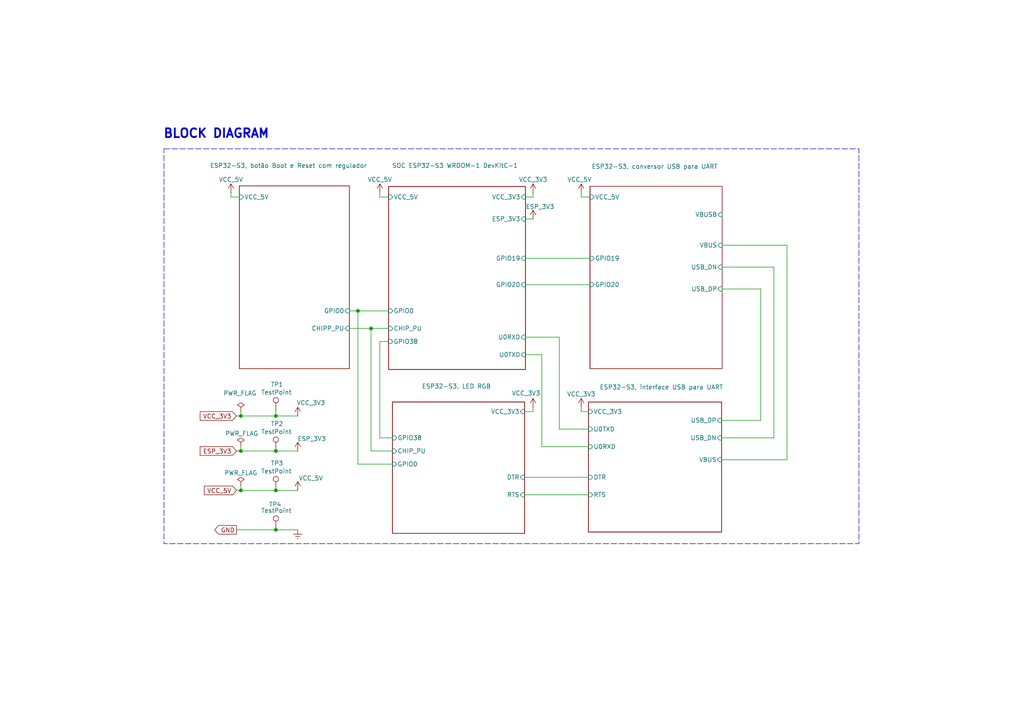
<source format=kicad_sch>
(kicad_sch (version 20231120) (generator "eeschema") (generator_version "8.0")
  (paper "A4")
  (title_block (title "ICARUS-2 OBDH") (date "2024-03-24") (rev "POC 2.0") (comment 2 "WILLIAN BUENO SANTOS") (comment 3 "ISRAEL RODRIGUES DUTRA") (comment 4 "ADRIANO CÉSAR DE SOUSA PEREIRA"))
  (lib_symbols
    (symbol "Connector:TestPoint" (pin_numbers hide) (pin_names (offset 0.762) hide)
      (property "Reference" "TP" (at 0 6.858 0))
      (property "Value" "TestPoint" (at 0 5.08 0))
      (symbol "TestPoint_0_1"
        (circle (center 0 3.302) (radius 0.762))
      )
      (symbol "TestPoint_1_1"
        (pin passive line (at 0 0 90) (length 2.54) (name "1") (number "1"))
      )
    )
    (symbol "power:+5V" (power) (pin_numbers hide) (pin_names (offset 0) hide)
      (property "Value" "+5V" (at 0 3.556 0))
      (symbol "+5V_0_1"
        (polyline (pts (xy -0.762 1.27) (xy 0 2.54)))
        (polyline (pts (xy 0 0) (xy 0 2.54)))
        (polyline (pts (xy 0 2.54) (xy 0.762 1.27)))
      )
      (symbol "+5V_1_1"
        (pin power_in line (at 0 0 90) (length 0) (name "~") (number "1"))
      )
    )
    (symbol "power:Earth" (power) (pin_names (offset 0))
      (symbol "Earth_0_1"
        (polyline (pts (xy -0.635 -1.905) (xy 0.635 -1.905)))
        (polyline (pts (xy -0.127 -2.54) (xy 0.127 -2.54)))
        (polyline (pts (xy 0 -1.27) (xy 0 0)))
        (polyline (pts (xy 1.27 -1.27) (xy -1.27 -1.27)))
      )
      (symbol "Earth_1_1"
        (pin power_in line (at 0 0 270) (length 0) hide (name "Earth") (number "1"))
      )
    )
    (symbol "power:PWR_FLAG" (power) (pin_numbers hide) (pin_names (offset 0) hide)
      (property "Value" "PWR_FLAG" (at 0 3.81 0))
      (symbol "PWR_FLAG_0_0"
        (pin power_out line (at 0 0 90) (length 0) (name "~") (number "1"))
      )
      (symbol "PWR_FLAG_0_1"
        (polyline (pts (xy 0 0) (xy 0 1.27) (xy -1.016 1.905) (xy 0 2.54) (xy 1.016 1.905) (xy 0 1.27)))
      )
    )
  )
  (junction (at 107.6198 95.25))
  (junction (at 69.85 130.81))
  (junction (at 80.01 120.65))
  (junction (at 80.01 130.81))
  (junction (at 69.85 142.24))
  (junction (at 80.01 153.67))
  (junction (at 103.8098 90.17))
  (junction (at 80.01 142.24))
  (junction (at 69.85 120.65))
  (wire (pts (xy 152.146 119.38) (xy 154.6098 119.38)))
  (wire (pts (xy 110.1598 57.15) (xy 110.1598 55.88)))
  (wire (pts (xy 168.5798 118.11) (xy 168.5798 119.38)))
  (wire (pts (xy 209.4738 77.47) (xy 224.4598 77.47)))
  (wire (pts (xy 168.5798 57.15) (xy 168.5798 55.88)))
  (wire (pts (xy 168.5798 57.15) (xy 171.1198 57.15)))
  (wire (pts (xy 110.1598 57.15) (xy 112.6998 57.15)))
  (wire (pts (xy 152.4 97.79) (xy 162.2298 97.79)))
  (wire (pts (xy 80.01 142.24) (xy 86.36 142.24)))
  (wire (pts (xy 168.5798 119.38) (xy 170.6626 119.38)))
  (wire (pts (xy 101.3206 90.17) (xy 103.8098 90.17)))
  (wire (pts (xy 154.6098 57.15) (xy 152.4 57.15)))
  (wire (pts (xy 209.296 133.35) (xy 228.2698 133.35)))
  (wire (pts (xy 157.1498 129.54) (xy 170.6626 129.54)))
  (wire (pts (xy 152.4 82.55) (xy 171.1198 82.55)))
  (wire (pts (xy 69.85 142.24) (xy 80.01 142.24)))
  (wire (pts (xy 69.85 120.65) (xy 80.01 120.65)))
  (wire (pts (xy 220.6498 121.92) (xy 220.6498 83.82)))
  (wire (pts (xy 152.146 138.43) (xy 170.6626 138.43)))
  (wire (pts (xy 69.4182 57.15) (xy 66.9798 57.15)))
  (wire (pts (xy 107.6198 130.81) (xy 113.8174 130.81)))
  (wire (pts (xy 68.58 130.81) (xy 69.85 130.81)))
  (wire (pts (xy 224.4598 77.47) (xy 224.4598 127)))
  (wire (pts (xy 103.8098 90.17) (xy 112.6998 90.17)))
  (wire (pts (xy 152.4 102.87) (xy 157.1498 102.87)))
  (wire (pts (xy 209.296 121.92) (xy 220.6498 121.92)))
  (wire (pts (xy 101.3206 95.25) (xy 107.6198 95.25)))
  (wire (pts (xy 69.85 140.97) (xy 69.85 142.24)))
  (wire (pts (xy 68.58 153.67) (xy 80.01 153.67)))
  (wire (pts (xy 162.2298 124.46) (xy 162.2298 97.79)))
  (wire (pts (xy 110.1598 99.06) (xy 112.6998 99.06)))
  (wire (pts (xy 154.6098 55.88) (xy 154.6098 57.15)))
  (wire (pts (xy 80.01 153.67) (xy 86.36 153.67)))
  (wire (pts (xy 103.8098 134.62) (xy 113.8174 134.62)))
  (wire (pts (xy 162.2298 124.46) (xy 170.6626 124.46)))
  (wire (pts (xy 80.01 119.38) (xy 80.01 120.65)))
  (wire (pts (xy 69.85 119.38) (xy 69.85 120.65)))
  (wire (pts (xy 69.85 130.81) (xy 80.01 130.81)))
  (wire (pts (xy 157.1498 129.54) (xy 157.1498 102.87)))
  (wire (pts (xy 68.58 120.65) (xy 69.85 120.65)))
  (wire (pts (xy 80.01 130.81) (xy 86.36 130.81)))
  (wire (pts (xy 110.1598 127) (xy 113.8174 127)))
  (wire (pts (xy 103.8098 134.62) (xy 103.8098 90.17)))
  (wire (pts (xy 152.146 143.51) (xy 170.6626 143.51)))
  (wire (pts (xy 68.58 142.24) (xy 69.85 142.24)))
  (wire (pts (xy 66.9798 57.15) (xy 66.9798 55.88)))
  (wire (pts (xy 209.4738 83.82) (xy 220.6498 83.82)))
  (wire (pts (xy 152.4 74.93) (xy 171.1198 74.93)))
  (wire (pts (xy 110.1598 127) (xy 110.1598 99.06)))
  (wire (pts (xy 80.01 120.65) (xy 86.36 120.65)))
  (wire (pts (xy 209.4738 71.12) (xy 228.2698 71.12)))
  (wire (pts (xy 107.6198 130.81) (xy 107.6198 95.25)))
  (wire (pts (xy 69.85 129.54) (xy 69.85 130.81)))
  (wire (pts (xy 228.2698 71.12) (xy 228.2698 133.35)))
  (wire (pts (xy 209.296 127) (xy 224.4598 127)))
  (wire (pts (xy 152.4 63.5) (xy 154.6098 63.5)))
  (wire (pts (xy 154.6098 118.11) (xy 154.6098 119.38)))
  (wire (pts (xy 107.6198 95.25) (xy 112.6998 95.25)))
  (rectangle (start 47.5488 43.18) (end 249.1232 157.6832) (stroke (width 0) (type dash)))
  (text "BLOCK DIAGRAM" (at 62.738 38.862 0) (effects (font (size 2.54 2.54) (bold yes))))
  (global_label "ESP_3V3" (shape input) (at 68.58 130.81 180) (property "Intersheetrefs" "${INTERSHEET_REFS}" (effects (hide yes))))
  (global_label "GND" (shape output) (at 68.58 153.67 180) (property "Intersheetrefs" "${INTERSHEET_REFS}" (effects (hide yes))))
  (global_label "VCC_3V3" (shape input) (at 68.58 120.65 180) (property "Intersheetrefs" "${INTERSHEET_REFS}" (effects (hide yes))))
  (global_label "VCC_5V" (shape input) (at 68.58 142.24 180) (property "Intersheetrefs" "${INTERSHEET_REFS}" (effects (hide yes))))
  (symbol (lib_id "power:+5V") (at 154.6098 118.11 0) (unit 1)
    (property "Reference" "#PWR033" (effects (hide yes)))
    (property "Value" "VCC_3V3" (at 152.5778 114.046 0))
    (property "Description" "Power symbol creates a global label with name \"+5V\"" (effects (hide yes)))
  )
  (symbol (lib_id "power:+5V") (at 110.1598 55.88 0) (unit 1)
    (property "Reference" "#PWR031" (effects (hide yes)))
    (property "Value" "VCC_5V" (at 110.1598 52.07 0))
    (property "Description" "Power symbol creates a global label with name \"+5V\"" (effects (hide yes)))
  )
  (symbol (lib_id "Connector:TestPoint") (at 80.01 142.24 0) (unit 1)
    (property "Reference" "TP3" (at 78.486 134.366 0) (effects (justify left)))
    (property "Value" "TestPoint" (at 75.692 136.652 0) (effects (justify left)))
    (property "Footprint" "TestPoint:TestPoint_Pad_4.0x4.0mm" (effects (hide yes)))
    (property "Description" "test point" (effects (hide yes)))
  )
  (symbol (lib_id "power:+5V") (at 86.36 120.65 0) (unit 1)
    (property "Reference" "#PWR026" (effects (hide yes)))
    (property "Value" "VCC_3V3" (at 90.17 116.84 0))
    (property "Description" "Power symbol creates a global label with name \"+5V\"" (effects (hide yes)))
  )
  (symbol (lib_id "power:+5V") (at 154.6098 63.5 0) (unit 1)
    (property "Reference" "#PWR034" (effects (hide yes)))
    (property "Value" "ESP_3V3" (at 156.6418 59.944 0))
    (property "Description" "Power symbol creates a global label with name \"+5V\"" (effects (hide yes)))
  )
  (symbol (lib_id "Connector:TestPoint") (at 80.01 119.38 0) (unit 1)
    (property "Reference" "TP1" (at 78.486 111.506 0) (effects (justify left)))
    (property "Value" "TestPoint" (at 75.692 113.792 0) (effects (justify left)))
    (property "Footprint" "TestPoint:TestPoint_Pad_4.0x4.0mm" (effects (hide yes)))
    (property "Description" "test point" (effects (hide yes)))
  )
  (symbol (lib_id "power:+5V") (at 86.36 142.24 0) (unit 1)
    (property "Reference" "#PWR036" (effects (hide yes)))
    (property "Value" "VCC_5V" (at 90.17 138.684 0))
    (property "Description" "Power symbol creates a global label with name \"+5V\"" (effects (hide yes)))
  )
  (symbol (lib_id "Connector:TestPoint") (at 80.01 130.81 0) (unit 1)
    (property "Reference" "TP2" (at 78.486 122.936 0) (effects (justify left)))
    (property "Value" "TestPoint" (at 75.692 125.222 0) (effects (justify left)))
    (property "Footprint" "TestPoint:TestPoint_Pad_4.0x4.0mm" (effects (hide yes)))
    (property "Description" "test point" (effects (hide yes)))
  )
  (symbol (lib_id "power:+5V") (at 168.5798 118.11 0) (unit 1)
    (property "Reference" "#PWR041" (effects (hide yes)))
    (property "Value" "VCC_3V3" (at 168.5798 114.3 0))
    (property "Description" "Power symbol creates a global label with name \"+5V\"" (effects (hide yes)))
  )
  (symbol (lib_id "power:+5V") (at 66.9798 55.88 0) (unit 1)
    (property "Reference" "#PWR029" (effects (hide yes)))
    (property "Value" "VCC_5V" (at 66.9798 52.07 0))
    (property "Description" "Power symbol creates a global label with name \"+5V\"" (effects (hide yes)))
  )
  (symbol (lib_id "power:PWR_FLAG") (at 69.85 129.54 0) (unit 1)
    (property "Reference" "#FLG02" (effects (hide yes)))
    (property "Value" "PWR_FLAG" (at 70.104 125.73 0))
    (property "Description" "Special symbol for telling ERC where power comes from" (effects (hide yes)))
  )
  (symbol (lib_id "power:PWR_FLAG") (at 69.85 140.97 0) (unit 1)
    (property "Reference" "#FLG03" (effects (hide yes)))
    (property "Value" "PWR_FLAG" (at 69.85 137.16 0))
    (property "Description" "Special symbol for telling ERC where power comes from" (effects (hide yes)))
  )
  (symbol (lib_id "power:+5V") (at 154.6098 55.88 0) (unit 1)
    (property "Reference" "#PWR028" (effects (hide yes)))
    (property "Value" "VCC_3V3" (at 154.6098 52.07 0))
    (property "Description" "Power symbol creates a global label with name \"+5V\"" (effects (hide yes)))
  )
  (symbol (lib_id "power:PWR_FLAG") (at 69.85 119.38 0) (unit 1)
    (property "Reference" "#FLG01" (effects (hide yes)))
    (property "Value" "PWR_FLAG" (at 69.596 114.046 0))
    (property "Description" "Special symbol for telling ERC where power comes from" (effects (hide yes)))
  )
  (symbol (lib_id "power:+5V") (at 168.5798 55.88 0) (unit 1)
    (property "Reference" "#PWR030" (effects (hide yes)))
    (property "Value" "VCC_5V" (at 168.0718 52.07 0))
    (property "Description" "Power symbol creates a global label with name \"+5V\"" (effects (hide yes)))
  )
  (symbol (lib_id "power:+5V") (at 86.36 130.81 0) (unit 1)
    (property "Reference" "#PWR027" (effects (hide yes)))
    (property "Value" "ESP_3V3" (at 90.424 127.254 0))
    (property "Description" "Power symbol creates a global label with name \"+5V\"" (effects (hide yes)))
  )
  (symbol (lib_id "power:Earth") (at 86.36 153.67 0) (unit 1)
    (property "Reference" "#PWR038" (effects (hide yes)))
    (property "Value" "Earth" (effects (hide yes)))
  )
  (symbol (lib_id "Connector:TestPoint") (at 80.01 153.67 0) (unit 1)
    (property "Reference" "TP4" (at 77.978 146.304 0) (effects (justify left)))
    (property "Value" "TestPoint" (at 75.692 148.082 0) (effects (justify left)))
    (property "Footprint" "TestPoint:TestPoint_Pad_4.0x4.0mm" (effects (hide yes)))
    (property "Description" "test point" (effects (hide yes)))
  )
  (sheet (at 69.4182 53.8988) (size 31.9024 53.0352) (stroke (width 0.1524))
    (property "Sheetname" "ESP32-S3, botão Boot e Reset com regulador" (at 60.8838 48.768 0) (effects (justify left bottom)))
    (property "Sheetfile" "ESP32-S3botãoBooteResetcomregulador.kicad_sch" (effects (hide yes)))
    (pin "CHIPP_PU" input (at 101.3206 95.25 0))
    (pin "GPIO0" input (at 101.3206 90.17 0))
    (pin "VCC_5V" input (at 69.4182 57.15 180))
  )
  (sheet (at 113.8174 116.586) (size 38.3286 38.1) (stroke (width 0.1524))
    (property "Sheetname" "ESP32-S3, LED RGB" (at 122.3518 112.776 0) (effects (justify left bottom)))
    (property "Sheetfile" "ESP32-S3LEDRGB.kicad_sch" (effects (hide yes)))
    (pin "VCC_3V3" input (at 152.146 119.38 0))
    (pin "GPIO38" input (at 113.8174 127 180))
    (pin "CHIP_PU" input (at 113.8174 130.81 180))
    (pin "GPIO0" input (at 113.8174 134.62 180))
    (pin "DTR" input (at 152.146 138.43 0))
    (pin "RTS" input (at 152.146 143.51 0))
  )
  (sheet (at 112.6998 54.102) (size 39.7002 53.0606) (stroke (width 0.1524))
    (property "Sheetname" "SOC ESP32-S3 WROOM-1 DevKitC-1" (at 113.6904 48.768 0) (effects (justify left bottom)))
    (property "Sheetfile" "SOCESP32-S3WROOM-1DevKitC-1.kicad_sch" (effects (hide yes)))
    (pin "VCC_3V3" input (at 152.4 57.15 0))
    (pin "CHIP_PU" input (at 112.6998 95.25 180))
    (pin "ESP_3V3" input (at 152.4 63.5 0))
    (pin "U0TXD" input (at 152.4 102.87 0))
    (pin "U0RXD" input (at 152.4 97.79 0))
    (pin "GPIO0" input (at 112.6998 90.17 180))
    (pin "GPIO38" input (at 112.6998 99.06 180))
    (pin "GPIO19" input (at 152.4 74.93 0))
    (pin "GPIO20" input (at 152.4 82.55 0))
    (pin "VCC_5V" input (at 112.6998 57.15 180))
  )
  (sheet (at 171.1198 54.0258) (size 38.354 52.9082) (stroke (width 0.1524))
    (property "Sheetname" " ESP32-S3, conversor USB para UART" (at 170.6118 49.022 0) (effects (justify left bottom)))
    (property "Sheetfile" "ESP32-S3conversorUSBparaUART.kicad_sch" (effects (hide yes)))
    (pin "VBUS" input (at 209.4738 71.12 0))
    (pin "VBUSB" input (at 209.4738 62.23 0))
    (pin "VCC_5V" input (at 171.1198 57.15 180))
    (pin "GPIO19" input (at 171.1198 74.93 180))
    (pin "GPIO20" input (at 171.1198 82.55 180))
    (pin "USB_DP" input (at 209.4738 83.82 0))
    (pin "USB_DN" input (at 209.4738 77.47 0))
  )
  (sheet (at 170.6626 116.6114) (size 38.6334 37.6936) (stroke (width 0.1524))
    (property "Sheetname" "ESP32-S3, interface USB para UART" (at 173.9138 113.03 0) (effects (justify left bottom)))
    (property "Sheetfile" "ESP32-S3interfaceUSBparaUART.kicad_sch" (effects (hide yes)))
    (pin "VBUS" input (at 209.296 133.35 0))
    (pin "DTR" input (at 170.6626 138.43 180))
    (pin "VCC_3V3" input (at 170.6626 119.38 180))
    (pin "USB_DN" input (at 209.296 127 0))
    (pin "USB_DP" input (at 209.296 121.92 0))
    (pin "U0RXD" input (at 170.6626 129.54 180))
    (pin "U0TXD" input (at 170.6626 124.46 180))
    (pin "RTS" input (at 170.6626 143.51 180))
  )
)
</source>
